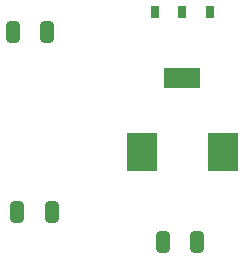
<source format=gbr>
%TF.GenerationSoftware,KiCad,Pcbnew,(6.0.4)*%
%TF.CreationDate,2022-04-23T15:23:27-04:00*%
%TF.ProjectId,smart penetrometer,736d6172-7420-4706-956e-6574726f6d65,rev?*%
%TF.SameCoordinates,Original*%
%TF.FileFunction,Paste,Bot*%
%TF.FilePolarity,Positive*%
%FSLAX46Y46*%
G04 Gerber Fmt 4.6, Leading zero omitted, Abs format (unit mm)*
G04 Created by KiCad (PCBNEW (6.0.4)) date 2022-04-23 15:23:27*
%MOMM*%
%LPD*%
G01*
G04 APERTURE LIST*
G04 Aperture macros list*
%AMRoundRect*
0 Rectangle with rounded corners*
0 $1 Rounding radius*
0 $2 $3 $4 $5 $6 $7 $8 $9 X,Y pos of 4 corners*
0 Add a 4 corners polygon primitive as box body*
4,1,4,$2,$3,$4,$5,$6,$7,$8,$9,$2,$3,0*
0 Add four circle primitives for the rounded corners*
1,1,$1+$1,$2,$3*
1,1,$1+$1,$4,$5*
1,1,$1+$1,$6,$7*
1,1,$1+$1,$8,$9*
0 Add four rect primitives between the rounded corners*
20,1,$1+$1,$2,$3,$4,$5,0*
20,1,$1+$1,$4,$5,$6,$7,0*
20,1,$1+$1,$6,$7,$8,$9,0*
20,1,$1+$1,$8,$9,$2,$3,0*%
G04 Aperture macros list end*
%ADD10R,3.025000X1.780000*%
%ADD11R,0.710000X1.000000*%
%ADD12R,2.500000X3.300000*%
%ADD13RoundRect,0.250000X-0.325000X-0.650000X0.325000X-0.650000X0.325000X0.650000X-0.325000X0.650000X0*%
%ADD14RoundRect,0.250000X0.325000X0.650000X-0.325000X0.650000X-0.325000X-0.650000X0.325000X-0.650000X0*%
G04 APERTURE END LIST*
D10*
%TO.C,U6*%
X125730000Y-108015000D03*
D11*
X128030000Y-102415000D03*
X125730000Y-102415000D03*
X123430000Y-102415000D03*
%TD*%
D12*
%TO.C,D1*%
X129130000Y-114300000D03*
X122330000Y-114300000D03*
%TD*%
D13*
%TO.C,C4*%
X114300000Y-104140000D03*
X111350000Y-104140000D03*
%TD*%
D14*
%TO.C,C2*%
X111760000Y-119380000D03*
X114710000Y-119380000D03*
%TD*%
D13*
%TO.C,C1*%
X127000000Y-121920000D03*
X124050000Y-121920000D03*
%TD*%
M02*

</source>
